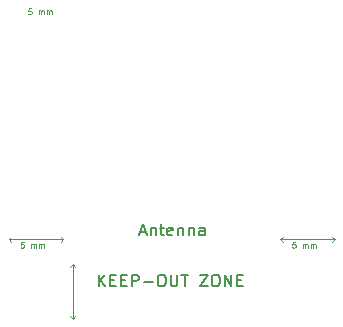
<source format=gbr>
%TF.GenerationSoftware,KiCad,Pcbnew,7.0.6*%
%TF.CreationDate,2023-08-13T13:48:50+02:00*%
%TF.ProjectId,Nice-Buoy-V1_0,4e696365-2d42-4756-9f79-2d56315f302e,rev?*%
%TF.SameCoordinates,Original*%
%TF.FileFunction,Other,Comment*%
%FSLAX46Y46*%
G04 Gerber Fmt 4.6, Leading zero omitted, Abs format (unit mm)*
G04 Created by KiCad (PCBNEW 7.0.6) date 2023-08-13 13:48:50*
%MOMM*%
%LPD*%
G01*
G04 APERTURE LIST*
%ADD10C,0.150000*%
%ADD11C,0.100000*%
G04 APERTURE END LIST*
D10*
X99271571Y-123337819D02*
X99271571Y-122337819D01*
X99842999Y-123337819D02*
X99414428Y-122766390D01*
X99842999Y-122337819D02*
X99271571Y-122909247D01*
X100271571Y-122814009D02*
X100604904Y-122814009D01*
X100747761Y-123337819D02*
X100271571Y-123337819D01*
X100271571Y-123337819D02*
X100271571Y-122337819D01*
X100271571Y-122337819D02*
X100747761Y-122337819D01*
X101176333Y-122814009D02*
X101509666Y-122814009D01*
X101652523Y-123337819D02*
X101176333Y-123337819D01*
X101176333Y-123337819D02*
X101176333Y-122337819D01*
X101176333Y-122337819D02*
X101652523Y-122337819D01*
X102081095Y-123337819D02*
X102081095Y-122337819D01*
X102081095Y-122337819D02*
X102462047Y-122337819D01*
X102462047Y-122337819D02*
X102557285Y-122385438D01*
X102557285Y-122385438D02*
X102604904Y-122433057D01*
X102604904Y-122433057D02*
X102652523Y-122528295D01*
X102652523Y-122528295D02*
X102652523Y-122671152D01*
X102652523Y-122671152D02*
X102604904Y-122766390D01*
X102604904Y-122766390D02*
X102557285Y-122814009D01*
X102557285Y-122814009D02*
X102462047Y-122861628D01*
X102462047Y-122861628D02*
X102081095Y-122861628D01*
X103081095Y-122956866D02*
X103843000Y-122956866D01*
X104509666Y-122337819D02*
X104700142Y-122337819D01*
X104700142Y-122337819D02*
X104795380Y-122385438D01*
X104795380Y-122385438D02*
X104890618Y-122480676D01*
X104890618Y-122480676D02*
X104938237Y-122671152D01*
X104938237Y-122671152D02*
X104938237Y-123004485D01*
X104938237Y-123004485D02*
X104890618Y-123194961D01*
X104890618Y-123194961D02*
X104795380Y-123290200D01*
X104795380Y-123290200D02*
X104700142Y-123337819D01*
X104700142Y-123337819D02*
X104509666Y-123337819D01*
X104509666Y-123337819D02*
X104414428Y-123290200D01*
X104414428Y-123290200D02*
X104319190Y-123194961D01*
X104319190Y-123194961D02*
X104271571Y-123004485D01*
X104271571Y-123004485D02*
X104271571Y-122671152D01*
X104271571Y-122671152D02*
X104319190Y-122480676D01*
X104319190Y-122480676D02*
X104414428Y-122385438D01*
X104414428Y-122385438D02*
X104509666Y-122337819D01*
X105366809Y-122337819D02*
X105366809Y-123147342D01*
X105366809Y-123147342D02*
X105414428Y-123242580D01*
X105414428Y-123242580D02*
X105462047Y-123290200D01*
X105462047Y-123290200D02*
X105557285Y-123337819D01*
X105557285Y-123337819D02*
X105747761Y-123337819D01*
X105747761Y-123337819D02*
X105842999Y-123290200D01*
X105842999Y-123290200D02*
X105890618Y-123242580D01*
X105890618Y-123242580D02*
X105938237Y-123147342D01*
X105938237Y-123147342D02*
X105938237Y-122337819D01*
X106271571Y-122337819D02*
X106842999Y-122337819D01*
X106557285Y-123337819D02*
X106557285Y-122337819D01*
X107843000Y-122337819D02*
X108509666Y-122337819D01*
X108509666Y-122337819D02*
X107843000Y-123337819D01*
X107843000Y-123337819D02*
X108509666Y-123337819D01*
X109081095Y-122337819D02*
X109271571Y-122337819D01*
X109271571Y-122337819D02*
X109366809Y-122385438D01*
X109366809Y-122385438D02*
X109462047Y-122480676D01*
X109462047Y-122480676D02*
X109509666Y-122671152D01*
X109509666Y-122671152D02*
X109509666Y-123004485D01*
X109509666Y-123004485D02*
X109462047Y-123194961D01*
X109462047Y-123194961D02*
X109366809Y-123290200D01*
X109366809Y-123290200D02*
X109271571Y-123337819D01*
X109271571Y-123337819D02*
X109081095Y-123337819D01*
X109081095Y-123337819D02*
X108985857Y-123290200D01*
X108985857Y-123290200D02*
X108890619Y-123194961D01*
X108890619Y-123194961D02*
X108843000Y-123004485D01*
X108843000Y-123004485D02*
X108843000Y-122671152D01*
X108843000Y-122671152D02*
X108890619Y-122480676D01*
X108890619Y-122480676D02*
X108985857Y-122385438D01*
X108985857Y-122385438D02*
X109081095Y-122337819D01*
X109938238Y-123337819D02*
X109938238Y-122337819D01*
X109938238Y-122337819D02*
X110509666Y-123337819D01*
X110509666Y-123337819D02*
X110509666Y-122337819D01*
X110985857Y-122814009D02*
X111319190Y-122814009D01*
X111462047Y-123337819D02*
X110985857Y-123337819D01*
X110985857Y-123337819D02*
X110985857Y-122337819D01*
X110985857Y-122337819D02*
X111462047Y-122337819D01*
D11*
X93581904Y-99805109D02*
X93343809Y-99805109D01*
X93343809Y-99805109D02*
X93320000Y-100043204D01*
X93320000Y-100043204D02*
X93343809Y-100019395D01*
X93343809Y-100019395D02*
X93391428Y-99995585D01*
X93391428Y-99995585D02*
X93510476Y-99995585D01*
X93510476Y-99995585D02*
X93558095Y-100019395D01*
X93558095Y-100019395D02*
X93581904Y-100043204D01*
X93581904Y-100043204D02*
X93605714Y-100090823D01*
X93605714Y-100090823D02*
X93605714Y-100209871D01*
X93605714Y-100209871D02*
X93581904Y-100257490D01*
X93581904Y-100257490D02*
X93558095Y-100281300D01*
X93558095Y-100281300D02*
X93510476Y-100305109D01*
X93510476Y-100305109D02*
X93391428Y-100305109D01*
X93391428Y-100305109D02*
X93343809Y-100281300D01*
X93343809Y-100281300D02*
X93320000Y-100257490D01*
X94200951Y-100305109D02*
X94200951Y-99971776D01*
X94200951Y-100019395D02*
X94224761Y-99995585D01*
X94224761Y-99995585D02*
X94272380Y-99971776D01*
X94272380Y-99971776D02*
X94343808Y-99971776D01*
X94343808Y-99971776D02*
X94391427Y-99995585D01*
X94391427Y-99995585D02*
X94415237Y-100043204D01*
X94415237Y-100043204D02*
X94415237Y-100305109D01*
X94415237Y-100043204D02*
X94439046Y-99995585D01*
X94439046Y-99995585D02*
X94486665Y-99971776D01*
X94486665Y-99971776D02*
X94558094Y-99971776D01*
X94558094Y-99971776D02*
X94605713Y-99995585D01*
X94605713Y-99995585D02*
X94629523Y-100043204D01*
X94629523Y-100043204D02*
X94629523Y-100305109D01*
X94867618Y-100305109D02*
X94867618Y-99971776D01*
X94867618Y-100019395D02*
X94891428Y-99995585D01*
X94891428Y-99995585D02*
X94939047Y-99971776D01*
X94939047Y-99971776D02*
X95010475Y-99971776D01*
X95010475Y-99971776D02*
X95058094Y-99995585D01*
X95058094Y-99995585D02*
X95081904Y-100043204D01*
X95081904Y-100043204D02*
X95081904Y-100305109D01*
X95081904Y-100043204D02*
X95105713Y-99995585D01*
X95105713Y-99995585D02*
X95153332Y-99971776D01*
X95153332Y-99971776D02*
X95224761Y-99971776D01*
X95224761Y-99971776D02*
X95272380Y-99995585D01*
X95272380Y-99995585D02*
X95296190Y-100043204D01*
X95296190Y-100043204D02*
X95296190Y-100305109D01*
X92921904Y-119567109D02*
X92683809Y-119567109D01*
X92683809Y-119567109D02*
X92660000Y-119805204D01*
X92660000Y-119805204D02*
X92683809Y-119781395D01*
X92683809Y-119781395D02*
X92731428Y-119757585D01*
X92731428Y-119757585D02*
X92850476Y-119757585D01*
X92850476Y-119757585D02*
X92898095Y-119781395D01*
X92898095Y-119781395D02*
X92921904Y-119805204D01*
X92921904Y-119805204D02*
X92945714Y-119852823D01*
X92945714Y-119852823D02*
X92945714Y-119971871D01*
X92945714Y-119971871D02*
X92921904Y-120019490D01*
X92921904Y-120019490D02*
X92898095Y-120043300D01*
X92898095Y-120043300D02*
X92850476Y-120067109D01*
X92850476Y-120067109D02*
X92731428Y-120067109D01*
X92731428Y-120067109D02*
X92683809Y-120043300D01*
X92683809Y-120043300D02*
X92660000Y-120019490D01*
X93540951Y-120067109D02*
X93540951Y-119733776D01*
X93540951Y-119781395D02*
X93564761Y-119757585D01*
X93564761Y-119757585D02*
X93612380Y-119733776D01*
X93612380Y-119733776D02*
X93683808Y-119733776D01*
X93683808Y-119733776D02*
X93731427Y-119757585D01*
X93731427Y-119757585D02*
X93755237Y-119805204D01*
X93755237Y-119805204D02*
X93755237Y-120067109D01*
X93755237Y-119805204D02*
X93779046Y-119757585D01*
X93779046Y-119757585D02*
X93826665Y-119733776D01*
X93826665Y-119733776D02*
X93898094Y-119733776D01*
X93898094Y-119733776D02*
X93945713Y-119757585D01*
X93945713Y-119757585D02*
X93969523Y-119805204D01*
X93969523Y-119805204D02*
X93969523Y-120067109D01*
X94207618Y-120067109D02*
X94207618Y-119733776D01*
X94207618Y-119781395D02*
X94231428Y-119757585D01*
X94231428Y-119757585D02*
X94279047Y-119733776D01*
X94279047Y-119733776D02*
X94350475Y-119733776D01*
X94350475Y-119733776D02*
X94398094Y-119757585D01*
X94398094Y-119757585D02*
X94421904Y-119805204D01*
X94421904Y-119805204D02*
X94421904Y-120067109D01*
X94421904Y-119805204D02*
X94445713Y-119757585D01*
X94445713Y-119757585D02*
X94493332Y-119733776D01*
X94493332Y-119733776D02*
X94564761Y-119733776D01*
X94564761Y-119733776D02*
X94612380Y-119757585D01*
X94612380Y-119757585D02*
X94636190Y-119805204D01*
X94636190Y-119805204D02*
X94636190Y-120067109D01*
D10*
X102758095Y-118734104D02*
X103234285Y-118734104D01*
X102662857Y-119019819D02*
X102996190Y-118019819D01*
X102996190Y-118019819D02*
X103329523Y-119019819D01*
X103662857Y-118353152D02*
X103662857Y-119019819D01*
X103662857Y-118448390D02*
X103710476Y-118400771D01*
X103710476Y-118400771D02*
X103805714Y-118353152D01*
X103805714Y-118353152D02*
X103948571Y-118353152D01*
X103948571Y-118353152D02*
X104043809Y-118400771D01*
X104043809Y-118400771D02*
X104091428Y-118496009D01*
X104091428Y-118496009D02*
X104091428Y-119019819D01*
X104424762Y-118353152D02*
X104805714Y-118353152D01*
X104567619Y-118019819D02*
X104567619Y-118876961D01*
X104567619Y-118876961D02*
X104615238Y-118972200D01*
X104615238Y-118972200D02*
X104710476Y-119019819D01*
X104710476Y-119019819D02*
X104805714Y-119019819D01*
X105520000Y-118972200D02*
X105424762Y-119019819D01*
X105424762Y-119019819D02*
X105234286Y-119019819D01*
X105234286Y-119019819D02*
X105139048Y-118972200D01*
X105139048Y-118972200D02*
X105091429Y-118876961D01*
X105091429Y-118876961D02*
X105091429Y-118496009D01*
X105091429Y-118496009D02*
X105139048Y-118400771D01*
X105139048Y-118400771D02*
X105234286Y-118353152D01*
X105234286Y-118353152D02*
X105424762Y-118353152D01*
X105424762Y-118353152D02*
X105520000Y-118400771D01*
X105520000Y-118400771D02*
X105567619Y-118496009D01*
X105567619Y-118496009D02*
X105567619Y-118591247D01*
X105567619Y-118591247D02*
X105091429Y-118686485D01*
X105996191Y-118353152D02*
X105996191Y-119019819D01*
X105996191Y-118448390D02*
X106043810Y-118400771D01*
X106043810Y-118400771D02*
X106139048Y-118353152D01*
X106139048Y-118353152D02*
X106281905Y-118353152D01*
X106281905Y-118353152D02*
X106377143Y-118400771D01*
X106377143Y-118400771D02*
X106424762Y-118496009D01*
X106424762Y-118496009D02*
X106424762Y-119019819D01*
X106900953Y-118353152D02*
X106900953Y-119019819D01*
X106900953Y-118448390D02*
X106948572Y-118400771D01*
X106948572Y-118400771D02*
X107043810Y-118353152D01*
X107043810Y-118353152D02*
X107186667Y-118353152D01*
X107186667Y-118353152D02*
X107281905Y-118400771D01*
X107281905Y-118400771D02*
X107329524Y-118496009D01*
X107329524Y-118496009D02*
X107329524Y-119019819D01*
X108234286Y-119019819D02*
X108234286Y-118496009D01*
X108234286Y-118496009D02*
X108186667Y-118400771D01*
X108186667Y-118400771D02*
X108091429Y-118353152D01*
X108091429Y-118353152D02*
X107900953Y-118353152D01*
X107900953Y-118353152D02*
X107805715Y-118400771D01*
X108234286Y-118972200D02*
X108139048Y-119019819D01*
X108139048Y-119019819D02*
X107900953Y-119019819D01*
X107900953Y-119019819D02*
X107805715Y-118972200D01*
X107805715Y-118972200D02*
X107758096Y-118876961D01*
X107758096Y-118876961D02*
X107758096Y-118781723D01*
X107758096Y-118781723D02*
X107805715Y-118686485D01*
X107805715Y-118686485D02*
X107900953Y-118638866D01*
X107900953Y-118638866D02*
X108139048Y-118638866D01*
X108139048Y-118638866D02*
X108234286Y-118591247D01*
D11*
X115921904Y-119567109D02*
X115683809Y-119567109D01*
X115683809Y-119567109D02*
X115660000Y-119805204D01*
X115660000Y-119805204D02*
X115683809Y-119781395D01*
X115683809Y-119781395D02*
X115731428Y-119757585D01*
X115731428Y-119757585D02*
X115850476Y-119757585D01*
X115850476Y-119757585D02*
X115898095Y-119781395D01*
X115898095Y-119781395D02*
X115921904Y-119805204D01*
X115921904Y-119805204D02*
X115945714Y-119852823D01*
X115945714Y-119852823D02*
X115945714Y-119971871D01*
X115945714Y-119971871D02*
X115921904Y-120019490D01*
X115921904Y-120019490D02*
X115898095Y-120043300D01*
X115898095Y-120043300D02*
X115850476Y-120067109D01*
X115850476Y-120067109D02*
X115731428Y-120067109D01*
X115731428Y-120067109D02*
X115683809Y-120043300D01*
X115683809Y-120043300D02*
X115660000Y-120019490D01*
X116540951Y-120067109D02*
X116540951Y-119733776D01*
X116540951Y-119781395D02*
X116564761Y-119757585D01*
X116564761Y-119757585D02*
X116612380Y-119733776D01*
X116612380Y-119733776D02*
X116683808Y-119733776D01*
X116683808Y-119733776D02*
X116731427Y-119757585D01*
X116731427Y-119757585D02*
X116755237Y-119805204D01*
X116755237Y-119805204D02*
X116755237Y-120067109D01*
X116755237Y-119805204D02*
X116779046Y-119757585D01*
X116779046Y-119757585D02*
X116826665Y-119733776D01*
X116826665Y-119733776D02*
X116898094Y-119733776D01*
X116898094Y-119733776D02*
X116945713Y-119757585D01*
X116945713Y-119757585D02*
X116969523Y-119805204D01*
X116969523Y-119805204D02*
X116969523Y-120067109D01*
X117207618Y-120067109D02*
X117207618Y-119733776D01*
X117207618Y-119781395D02*
X117231428Y-119757585D01*
X117231428Y-119757585D02*
X117279047Y-119733776D01*
X117279047Y-119733776D02*
X117350475Y-119733776D01*
X117350475Y-119733776D02*
X117398094Y-119757585D01*
X117398094Y-119757585D02*
X117421904Y-119805204D01*
X117421904Y-119805204D02*
X117421904Y-120067109D01*
X117421904Y-119805204D02*
X117445713Y-119757585D01*
X117445713Y-119757585D02*
X117493332Y-119733776D01*
X117493332Y-119733776D02*
X117564761Y-119733776D01*
X117564761Y-119733776D02*
X117612380Y-119757585D01*
X117612380Y-119757585D02*
X117636190Y-119805204D01*
X117636190Y-119805204D02*
X117636190Y-120067109D01*
%TO.C,U103*%
X91660000Y-119341000D02*
X91860000Y-119141000D01*
X91660000Y-119341000D02*
X91860000Y-119541000D01*
X96260000Y-119341000D02*
X91660000Y-119341000D01*
X96260000Y-119341000D02*
X96060000Y-119141000D01*
X96260000Y-119341000D02*
X96060000Y-119541000D01*
X97060000Y-121466000D02*
X96860000Y-121666000D01*
X97060000Y-121466000D02*
X97060000Y-126066000D01*
X97060000Y-121466000D02*
X97260000Y-121666000D01*
X97060000Y-126066000D02*
X96860000Y-125866000D01*
X97060000Y-126066000D02*
X97260000Y-125866000D01*
X114660000Y-119341000D02*
X114860000Y-119141000D01*
X114660000Y-119341000D02*
X114860000Y-119541000D01*
X119260000Y-119341000D02*
X114660000Y-119341000D01*
X119260000Y-119341000D02*
X119060000Y-119141000D01*
X119260000Y-119341000D02*
X119060000Y-119541000D01*
%TD*%
M02*

</source>
